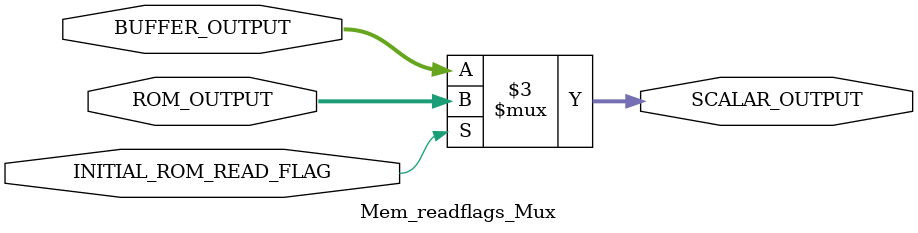
<source format=v>
/*
+ Project   : Emulator Graduation Project 2018 ASU-CSE
+ Module    : Mem_readflags_Mux.v
+ Abstract  :The functionality of the mux is to choose between data produced from ROM memory or data produced from one of RAM memories.  

*/
module Mem_readflags_Mux#(
parameter BIT_WIDTH=32,
parameter EXTRA_BIT=2
)
(
 input  wire                               INITIAL_ROM_READ_FLAG,
 input  wire   [(BIT_WIDTH+EXTRA_BIT)-1:0] ROM_OUTPUT, 
 input  wire   [(BIT_WIDTH+EXTRA_BIT)-1:0] BUFFER_OUTPUT,
 output reg   [(BIT_WIDTH+EXTRA_BIT)-1:0] SCALAR_OUTPUT  
    );
always@(*) 
begin
if(INITIAL_ROM_READ_FLAG)
SCALAR_OUTPUT <=ROM_OUTPUT;
else SCALAR_OUTPUT <= BUFFER_OUTPUT;
end

endmodule

</source>
